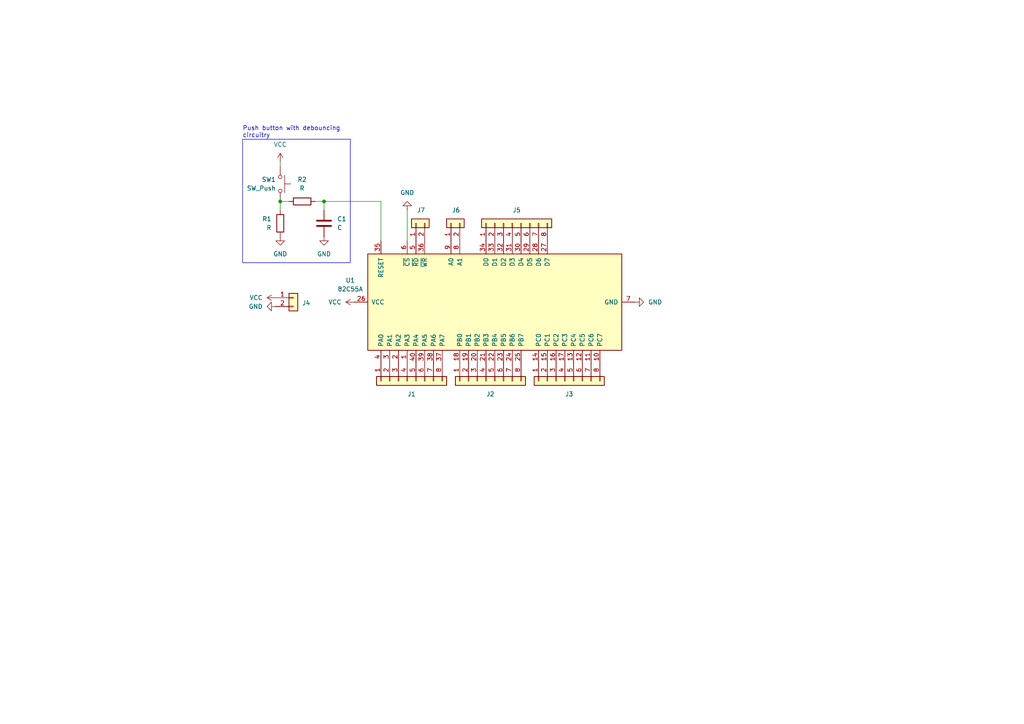
<source format=kicad_sch>
(kicad_sch (version 20231120) (generator "eeschema") (generator_version "8.0")
  (paper "A4")
  (lib_symbols
    (symbol "Connector_Generic:Conn_01x02" (pin_names (offset 1.016) hide)
      (property "Reference" "J" (at 0 2.54 0))
      (property "Value" "Conn_01x02" (at 0 -5.08 0))
      (symbol "Conn_01x02_1_1"
        (rectangle (start -1.27 -2.413) (end 0 -2.667) (stroke (width 0.1524)))
        (rectangle (start -1.27 0.127) (end 0 -0.127) (stroke (width 0.1524)))
        (rectangle (start -1.27 1.27) (end 1.27 -3.81) (stroke (width 0.254)) (fill (type background)))
        (pin passive line (at -5.08 0 0) (length 3.81) (name "Pin_1") (number "1"))
        (pin passive line (at -5.08 -2.54 0) (length 3.81) (name "Pin_2") (number "2"))
      )
    )
    (symbol "Connector_Generic:Conn_01x08" (pin_names (offset 1.016) hide)
      (property "Reference" "J" (at 0 10.16 0))
      (property "Value" "Conn_01x08" (at 0 -12.7 0))
      (symbol "Conn_01x08_1_1"
        (rectangle (start -1.27 -10.033) (end 0 -10.287) (stroke (width 0.1524)))
        (rectangle (start -1.27 -7.493) (end 0 -7.747) (stroke (width 0.1524)))
        (rectangle (start -1.27 -4.953) (end 0 -5.207) (stroke (width 0.1524)))
        (rectangle (start -1.27 -2.413) (end 0 -2.667) (stroke (width 0.1524)))
        (rectangle (start -1.27 0.127) (end 0 -0.127) (stroke (width 0.1524)))
        (rectangle (start -1.27 2.667) (end 0 2.413) (stroke (width 0.1524)))
        (rectangle (start -1.27 5.207) (end 0 4.953) (stroke (width 0.1524)))
        (rectangle (start -1.27 7.747) (end 0 7.493) (stroke (width 0.1524)))
        (rectangle (start -1.27 8.89) (end 1.27 -11.43) (stroke (width 0.254)) (fill (type background)))
        (pin passive line (at -5.08 7.62 0) (length 3.81) (name "Pin_1") (number "1"))
        (pin passive line (at -5.08 5.08 0) (length 3.81) (name "Pin_2") (number "2"))
        (pin passive line (at -5.08 2.54 0) (length 3.81) (name "Pin_3") (number "3"))
        (pin passive line (at -5.08 0 0) (length 3.81) (name "Pin_4") (number "4"))
        (pin passive line (at -5.08 -2.54 0) (length 3.81) (name "Pin_5") (number "5"))
        (pin passive line (at -5.08 -5.08 0) (length 3.81) (name "Pin_6") (number "6"))
        (pin passive line (at -5.08 -7.62 0) (length 3.81) (name "Pin_7") (number "7"))
        (pin passive line (at -5.08 -10.16 0) (length 3.81) (name "Pin_8") (number "8"))
      )
    )
    (symbol "Device:C" (pin_numbers hide) (pin_names (offset 0.254))
      (property "Reference" "C" (at 0.635 2.54 0))
      (property "Value" "C" (at 0.635 -2.54 0))
      (symbol "C_0_1"
        (polyline (pts (xy -2.032 -0.762) (xy 2.032 -0.762)) (stroke (width 0.508)))
        (polyline (pts (xy -2.032 0.762) (xy 2.032 0.762)) (stroke (width 0.508)))
      )
      (symbol "C_1_1"
        (pin passive line (at 0 3.81 270) (length 2.794) (name "~") (number "1"))
        (pin passive line (at 0 -3.81 90) (length 2.794) (name "~") (number "2"))
      )
    )
    (symbol "Device:R" (pin_numbers hide) (pin_names (offset 0))
      (property "Reference" "R" (at 2.032 0 90))
      (property "Value" "R" (at 0 0 90))
      (symbol "R_0_1"
        (rectangle (start -1.016 -2.54) (end 1.016 2.54) (stroke (width 0.254)))
      )
      (symbol "R_1_1"
        (pin passive line (at 0 3.81 270) (length 1.27) (name "~") (number "1"))
        (pin passive line (at 0 -3.81 90) (length 1.27) (name "~") (number "2"))
      )
    )
    (symbol "Interface:82C55A" (pin_names (offset 1.016))
      (property "Reference" "U" (at -13.97 38.1 0))
      (property "Value" "82C55A" (at 8.89 38.1 0))
      (symbol "82C55A_1_1"
        (rectangle (start -13.97 -36.83) (end 13.97 36.83) (stroke (width 0.254)) (fill (type background)))
        (pin bidirectional line (at 17.78 25.4 180) (length 3.81) (name "PA3") (number "1"))
        (pin bidirectional line (at 17.78 -30.48 180) (length 3.81) (name "PC7") (number "10"))
        (pin bidirectional line (at 17.78 -27.94 180) (length 3.81) (name "PC6") (number "11"))
        (pin bidirectional line (at 17.78 -25.4 180) (length 3.81) (name "PC5") (number "12"))
        (pin bidirectional line (at 17.78 -22.86 180) (length 3.81) (name "PC4") (number "13"))
        (pin bidirectional line (at 17.78 -12.7 180) (length 3.81) (name "PC0") (number "14"))
        (pin bidirectional line (at 17.78 -15.24 180) (length 3.81) (name "PC1") (number "15"))
        (pin bidirectional line (at 17.78 -17.78 180) (length 3.81) (name "PC2") (number "16"))
        (pin bidirectional line (at 17.78 -20.32 180) (length 3.81) (name "PC3") (number "17"))
        (pin bidirectional line (at 17.78 10.16 180) (length 3.81) (name "PB0") (number "18"))
        (pin bidirectional line (at 17.78 7.62 180) (length 3.81) (name "PB1") (number "19"))
        (pin bidirectional line (at 17.78 27.94 180) (length 3.81) (name "PA2") (number "2"))
        (pin bidirectional line (at 17.78 5.08 180) (length 3.81) (name "PB2") (number "20"))
        (pin bidirectional line (at 17.78 2.54 180) (length 3.81) (name "PB3") (number "21"))
        (pin bidirectional line (at 17.78 0 180) (length 3.81) (name "PB4") (number "22"))
        (pin bidirectional line (at 17.78 -2.54 180) (length 3.81) (name "PB5") (number "23"))
        (pin bidirectional line (at 17.78 -5.08 180) (length 3.81) (name "PB6") (number "24"))
        (pin bidirectional line (at 17.78 -7.62 180) (length 3.81) (name "PB7") (number "25"))
        (pin power_in line (at 0 40.64 270) (length 3.81) (name "VCC") (number "26"))
        (pin bidirectional line (at -17.78 -15.24 0) (length 3.81) (name "D7") (number "27"))
        (pin bidirectional line (at -17.78 -12.7 0) (length 3.81) (name "D6") (number "28"))
        (pin bidirectional line (at -17.78 -10.16 0) (length 3.81) (name "D5") (number "29"))
        (pin bidirectional line (at 17.78 30.48 180) (length 3.81) (name "PA1") (number "3"))
        (pin bidirectional line (at -17.78 -7.62 0) (length 3.81) (name "D4") (number "30"))
        (pin bidirectional line (at -17.78 -5.08 0) (length 3.81) (name "D3") (number "31"))
        (pin bidirectional line (at -17.78 -2.54 0) (length 3.81) (name "D2") (number "32"))
        (pin bidirectional line (at -17.78 0 0) (length 3.81) (name "D1") (number "33"))
        (pin bidirectional line (at -17.78 2.54 0) (length 3.81) (name "D0") (number "34"))
        (pin input line (at -17.78 33.02 0) (length 3.81) (name "RESET") (number "35"))
        (pin input line (at -17.78 20.32 0) (length 3.81) (name "~{WR}") (number "36"))
        (pin bidirectional line (at 17.78 15.24 180) (length 3.81) (name "PA7") (number "37"))
        (pin bidirectional line (at 17.78 17.78 180) (length 3.81) (name "PA6") (number "38"))
        (pin bidirectional line (at 17.78 20.32 180) (length 3.81) (name "PA5") (number "39"))
        (pin bidirectional line (at 17.78 33.02 180) (length 3.81) (name "PA0") (number "4"))
        (pin bidirectional line (at 17.78 22.86 180) (length 3.81) (name "PA4") (number "40"))
        (pin input line (at -17.78 22.86 0) (length 3.81) (name "~{RD}") (number "5"))
        (pin input line (at -17.78 25.4 0) (length 3.81) (name "~{CS}") (number "6"))
        (pin power_in line (at 0 -40.64 90) (length 3.81) (name "GND") (number "7"))
        (pin input line (at -17.78 10.16 0) (length 3.81) (name "A1") (number "8"))
        (pin input line (at -17.78 12.7 0) (length 3.81) (name "A0") (number "9"))
      )
    )
    (symbol "Switch:SW_Push" (pin_numbers hide) (pin_names (offset 1.016) hide)
      (property "Reference" "SW" (at 1.27 2.54 0))
      (property "Value" "SW_Push" (at 0 -1.524 0))
      (symbol "SW_Push_0_1"
        (circle (center -2.032 0) (radius 0.508))
        (polyline (pts (xy 0 1.27) (xy 0 3.048)))
        (polyline (pts (xy 2.54 1.27) (xy -2.54 1.27)))
        (circle (center 2.032 0) (radius 0.508))
        (pin passive line (at -5.08 0 0) (length 2.54) (name "1") (number "1"))
        (pin passive line (at 5.08 0 180) (length 2.54) (name "2") (number "2"))
      )
    )
    (symbol "power:GND" (power) (pin_numbers hide) (pin_names (offset 0) hide)
      (property "Value" "GND" (at 0 -3.81 0))
      (symbol "GND_0_1"
        (polyline (pts (xy 0 0) (xy 0 -1.27) (xy 1.27 -1.27) (xy 0 -2.54) (xy -1.27 -1.27) (xy 0 -1.27)))
      )
      (symbol "GND_1_1"
        (pin power_in line (at 0 0 270) (length 0) (name "~") (number "1"))
      )
    )
    (symbol "power:VCC" (power) (pin_numbers hide) (pin_names (offset 0) hide)
      (property "Value" "VCC" (at 0 3.556 0))
      (symbol "VCC_0_1"
        (polyline (pts (xy -0.762 1.27) (xy 0 2.54)))
        (polyline (pts (xy 0 0) (xy 0 2.54)))
        (polyline (pts (xy 0 2.54) (xy 0.762 1.27)))
      )
      (symbol "VCC_1_1"
        (pin power_in line (at 0 0 90) (length 0) (name "~") (number "1"))
      )
    )
  )
  (junction (at 81.28 58.42))
  (junction (at 93.98 58.42))
  (wire (pts (xy 93.98 58.42) (xy 110.49 58.42)))
  (wire (pts (xy 110.49 69.85) (xy 110.49 58.42)))
  (wire (pts (xy 81.28 58.42) (xy 83.82 58.42)))
  (wire (pts (xy 91.44 58.42) (xy 93.98 58.42)))
  (wire (pts (xy 118.11 60.96) (xy 118.11 69.85)))
  (wire (pts (xy 81.28 58.42) (xy 81.28 60.96)))
  (wire (pts (xy 93.98 58.42) (xy 93.98 60.96)))
  (wire (pts (xy 81.28 46.99) (xy 81.28 48.26)))
  (rectangle (start 70.358 40.386) (end 101.6 76.2))
  (text "Push button with debouncing \ncircuitry" (at 70.358 38.354 0) (effects (font (size 1.27 1.27)) (justify left)))
  (symbol (lib_id "Connector_Generic:Conn_01x08") (at 118.11 110.49 90) (mirror x) (unit 1)
    (property "Reference" "J1" (at 119.38 114.3 90))
    (property "Value" "Conn_01x08" (effects (hide yes)))
    (property "Description" "Generic connector, single row, 01x08, script generated (kicad-library-utils/schlib/autogen/connector/)" (effects (hide yes)))
  )
  (symbol (lib_id "Device:C") (at 93.98 64.77 0) (unit 1)
    (property "Reference" "C1" (at 97.79 63.4999 0) (effects (justify left)))
    (property "Value" "C" (at 97.79 66.0399 0) (effects (justify left)))
    (property "Description" "Unpolarized capacitor" (effects (hide yes)))
  )
  (symbol (lib_id "power:VCC") (at 81.28 46.99 0) (unit 1)
    (property "Reference" "#PWR05" (effects (hide yes)))
    (property "Value" "VCC" (at 81.28 41.91 0))
    (property "Description" "Power symbol creates a global label with name \"VCC\"" (effects (hide yes)))
  )
  (symbol (lib_id "Connector_Generic:Conn_01x08") (at 163.83 110.49 90) (mirror x) (unit 1)
    (property "Reference" "J3" (at 165.1 114.3 90))
    (property "Value" "Conn_01x08" (effects (hide yes)))
    (property "Description" "Generic connector, single row, 01x08, script generated (kicad-library-utils/schlib/autogen/connector/)" (effects (hide yes)))
  )
  (symbol (lib_id "Interface:82C55A") (at 143.51 87.63 90) (mirror x) (unit 1)
    (property "Reference" "U1" (at 101.6 81.3114 90))
    (property "Value" "82C55A" (at 101.6 83.8514 90))
    (property "Footprint" "Package_DIP:DIP-40_W15.24mm" (effects (hide yes)))
    (property "Datasheet" "http://jap.hu/electronic/8255.pdf" (effects (hide yes)))
    (property "Description" "CHMOS Programmable Peripheral Interface, PDIP-40" (effects (hide yes)))
  )
  (symbol (lib_id "Switch:SW_Push") (at 81.28 53.34 270) (mirror x) (unit 1)
    (property "Reference" "SW1" (at 80.01 52.0699 90) (effects (justify right)))
    (property "Value" "SW_Push" (at 80.01 54.6099 90) (effects (justify right)))
    (property "Description" "Push button switch, generic, two pins" (effects (hide yes)))
  )
  (symbol (lib_id "Connector_Generic:Conn_01x02") (at 85.09 86.36 0) (unit 1)
    (property "Reference" "J4" (at 87.63 87.884 0) (effects (justify left)))
    (property "Value" "Conn_01x02" (effects (hide yes)))
    (property "Description" "Generic connector, single row, 01x02, script generated (kicad-library-utils/schlib/autogen/connector/)" (effects (hide yes)))
  )
  (symbol (lib_id "power:GND") (at 184.15 87.63 90) (unit 1)
    (property "Reference" "#PWR04" (effects (hide yes)))
    (property "Value" "GND" (at 187.96 87.6299 90) (effects (justify right)))
    (property "Description" "Power symbol creates a global label with name \"GND\" , ground" (effects (hide yes)))
  )
  (symbol (lib_id "power:GND") (at 118.11 60.96 180) (unit 1)
    (property "Reference" "#PWR08" (effects (hide yes)))
    (property "Value" "GND" (at 118.11 55.88 0))
    (property "Description" "Power symbol creates a global label with name \"GND\" , ground" (effects (hide yes)))
  )
  (symbol (lib_id "power:GND") (at 93.98 68.58 0) (unit 1)
    (property "Reference" "#PWR07" (effects (hide yes)))
    (property "Value" "GND" (at 93.98 73.66 0))
    (property "Description" "Power symbol creates a global label with name \"GND\" , ground" (effects (hide yes)))
  )
  (symbol (lib_id "power:VCC") (at 102.87 87.63 90) (mirror x) (unit 1)
    (property "Reference" "#PWR02" (effects (hide yes)))
    (property "Value" "VCC" (at 99.06 87.6299 90) (effects (justify left)))
    (property "Description" "Power symbol creates a global label with name \"VCC\"" (effects (hide yes)))
  )
  (symbol (lib_id "power:GND") (at 81.28 68.58 0) (unit 1)
    (property "Reference" "#PWR06" (effects (hide yes)))
    (property "Value" "GND" (at 81.28 73.66 0))
    (property "Description" "Power symbol creates a global label with name \"GND\" , ground" (effects (hide yes)))
  )
  (symbol (lib_id "power:GND") (at 80.01 88.9 270) (mirror x) (unit 1)
    (property "Reference" "#PWR03" (effects (hide yes)))
    (property "Value" "GND" (at 76.2 88.8999 90) (effects (justify right)))
    (property "Description" "Power symbol creates a global label with name \"GND\" , ground" (effects (hide yes)))
  )
  (symbol (lib_id "Device:R") (at 87.63 58.42 90) (unit 1)
    (property "Reference" "R2" (at 87.63 52.07 90))
    (property "Value" "R" (at 87.63 54.61 90))
    (property "Description" "Resistor" (effects (hide yes)))
  )
  (symbol (lib_id "Connector_Generic:Conn_01x08") (at 148.59 64.77 90) (unit 1)
    (property "Reference" "J5" (at 149.86 60.96 90))
    (property "Value" "Conn_01x08" (effects (hide yes)))
    (property "Description" "Generic connector, single row, 01x08, script generated (kicad-library-utils/schlib/autogen/connector/)" (effects (hide yes)))
  )
  (symbol (lib_id "power:VCC") (at 80.01 86.36 90) (mirror x) (unit 1)
    (property "Reference" "#PWR01" (effects (hide yes)))
    (property "Value" "VCC" (at 76.2 86.3599 90) (effects (justify left)))
    (property "Description" "Power symbol creates a global label with name \"VCC\"" (effects (hide yes)))
  )
  (symbol (lib_id "Device:R") (at 81.28 64.77 0) (mirror y) (unit 1)
    (property "Reference" "R1" (at 78.74 63.4999 0) (effects (justify left)))
    (property "Value" "R" (at 78.74 66.0399 0) (effects (justify left)))
    (property "Description" "Resistor" (effects (hide yes)))
  )
  (symbol (lib_id "Connector_Generic:Conn_01x02") (at 120.65 64.77 90) (unit 1)
    (property "Reference" "J7" (at 120.904 60.96 90) (effects (justify right)))
    (property "Value" "Conn_01x02" (effects (hide yes)))
    (property "Description" "Generic connector, single row, 01x02, script generated (kicad-library-utils/schlib/autogen/connector/)" (effects (hide yes)))
  )
  (symbol (lib_id "Connector_Generic:Conn_01x02") (at 130.81 64.77 90) (unit 1)
    (property "Reference" "J6" (at 131.064 60.96 90) (effects (justify right)))
    (property "Value" "Conn_01x02" (effects (hide yes)))
    (property "Description" "Generic connector, single row, 01x02, script generated (kicad-library-utils/schlib/autogen/connector/)" (effects (hide yes)))
  )
  (symbol (lib_id "Connector_Generic:Conn_01x08") (at 140.97 110.49 90) (mirror x) (unit 1)
    (property "Reference" "J2" (at 142.24 114.3 90))
    (property "Value" "Conn_01x08" (effects (hide yes)))
    (property "Description" "Generic connector, single row, 01x08, script generated (kicad-library-utils/schlib/autogen/connector/)" (effects (hide yes)))
  )
)
</source>
